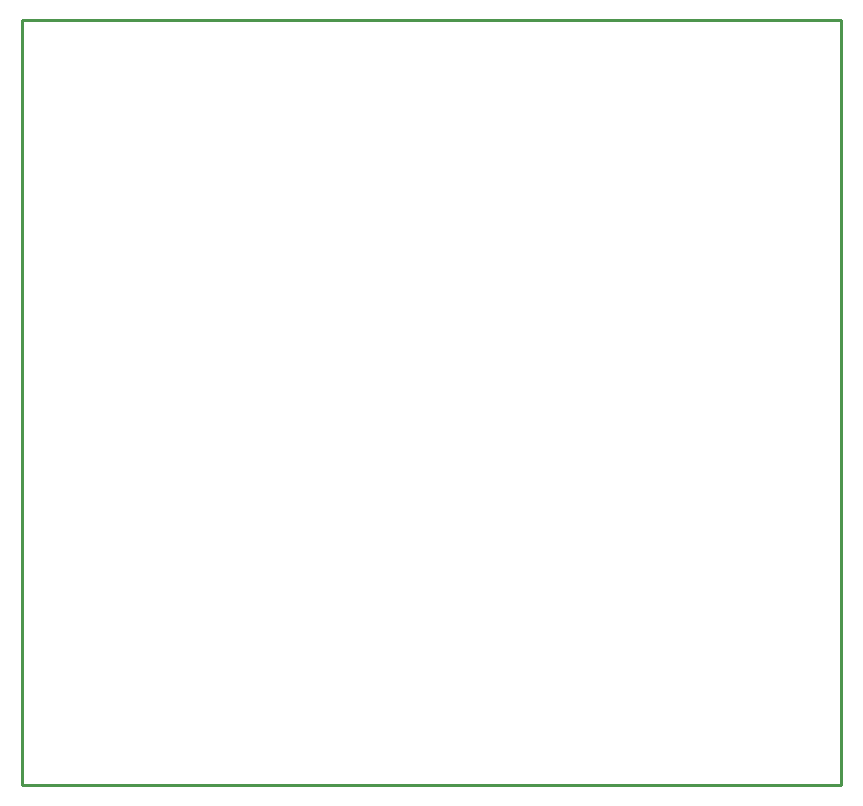
<source format=gm1>
G04*
G04 #@! TF.GenerationSoftware,Altium Limited,Altium Designer,20.0.12 (288)*
G04*
G04 Layer_Color=16711935*
%FSLAX25Y25*%
%MOIN*%
G70*
G01*
G75*
%ADD10C,0.01000*%
D10*
X1000Y1642D02*
X274000D01*
Y256642D01*
X1000D02*
X274000D01*
X1000Y1642D02*
Y256642D01*
M02*

</source>
